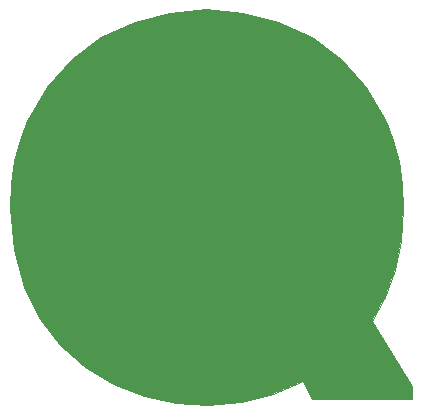
<source format=gto>
G04 #@! TF.FileFunction,Legend,Top*
%FSLAX46Y46*%
G04 Gerber Fmt 4.6, Leading zero omitted, Abs format (unit mm)*
G04 Created by KiCad (PCBNEW 4.0.0-rc2-stable) date 3/3/2016 3:47:02 PM*
%MOMM*%
G01*
G04 APERTURE LIST*
%ADD10C,0.150000*%
%ADD11C,0.025400*%
G04 APERTURE END LIST*
D10*
D11*
G36*
X71038589Y-18442371D02*
X74053138Y-19223260D01*
X76876244Y-20531392D01*
X79376633Y-22371095D01*
X81488878Y-24738027D01*
X83149775Y-27625974D01*
X83778053Y-29265052D01*
X84226350Y-31039355D01*
X84495569Y-32946068D01*
X84584563Y-34985339D01*
X84411012Y-37763352D01*
X83890383Y-40262972D01*
X83068286Y-42520102D01*
X81992235Y-44569903D01*
X81990825Y-44574743D01*
X81991408Y-44579750D01*
X81992614Y-44582380D01*
X85326030Y-50092023D01*
X85326030Y-51140860D01*
X76916162Y-51140860D01*
X76131894Y-49665315D01*
X76128692Y-49661422D01*
X76124227Y-49659081D01*
X76119203Y-49658662D01*
X76115676Y-49659603D01*
X73578118Y-50747415D01*
X70881514Y-51419349D01*
X68110525Y-51667417D01*
X65350673Y-51488320D01*
X62647398Y-50892040D01*
X60049891Y-49890874D01*
X57659711Y-48473886D01*
X55583144Y-46627538D01*
X53853600Y-44354116D01*
X52505469Y-41652276D01*
X51636698Y-38527616D01*
X51347423Y-34985065D01*
X51436428Y-32946068D01*
X51705639Y-31039356D01*
X52155058Y-29265046D01*
X52782204Y-27625976D01*
X54443122Y-24738027D01*
X56555325Y-22371097D01*
X59054627Y-20531389D01*
X61877726Y-19223260D01*
X64892271Y-18442370D01*
X67964880Y-18182099D01*
X71038589Y-18442371D01*
X71038589Y-18442371D01*
G37*
X71038589Y-18442371D02*
X74053138Y-19223260D01*
X76876244Y-20531392D01*
X79376633Y-22371095D01*
X81488878Y-24738027D01*
X83149775Y-27625974D01*
X83778053Y-29265052D01*
X84226350Y-31039355D01*
X84495569Y-32946068D01*
X84584563Y-34985339D01*
X84411012Y-37763352D01*
X83890383Y-40262972D01*
X83068286Y-42520102D01*
X81992235Y-44569903D01*
X81990825Y-44574743D01*
X81991408Y-44579750D01*
X81992614Y-44582380D01*
X85326030Y-50092023D01*
X85326030Y-51140860D01*
X76916162Y-51140860D01*
X76131894Y-49665315D01*
X76128692Y-49661422D01*
X76124227Y-49659081D01*
X76119203Y-49658662D01*
X76115676Y-49659603D01*
X73578118Y-50747415D01*
X70881514Y-51419349D01*
X68110525Y-51667417D01*
X65350673Y-51488320D01*
X62647398Y-50892040D01*
X60049891Y-49890874D01*
X57659711Y-48473886D01*
X55583144Y-46627538D01*
X53853600Y-44354116D01*
X52505469Y-41652276D01*
X51636698Y-38527616D01*
X51347423Y-34985065D01*
X51436428Y-32946068D01*
X51705639Y-31039356D01*
X52155058Y-29265046D01*
X52782204Y-27625976D01*
X54443122Y-24738027D01*
X56555325Y-22371097D01*
X59054627Y-20531389D01*
X61877726Y-19223260D01*
X64892271Y-18442370D01*
X67964880Y-18182099D01*
X71038589Y-18442371D01*
M02*

</source>
